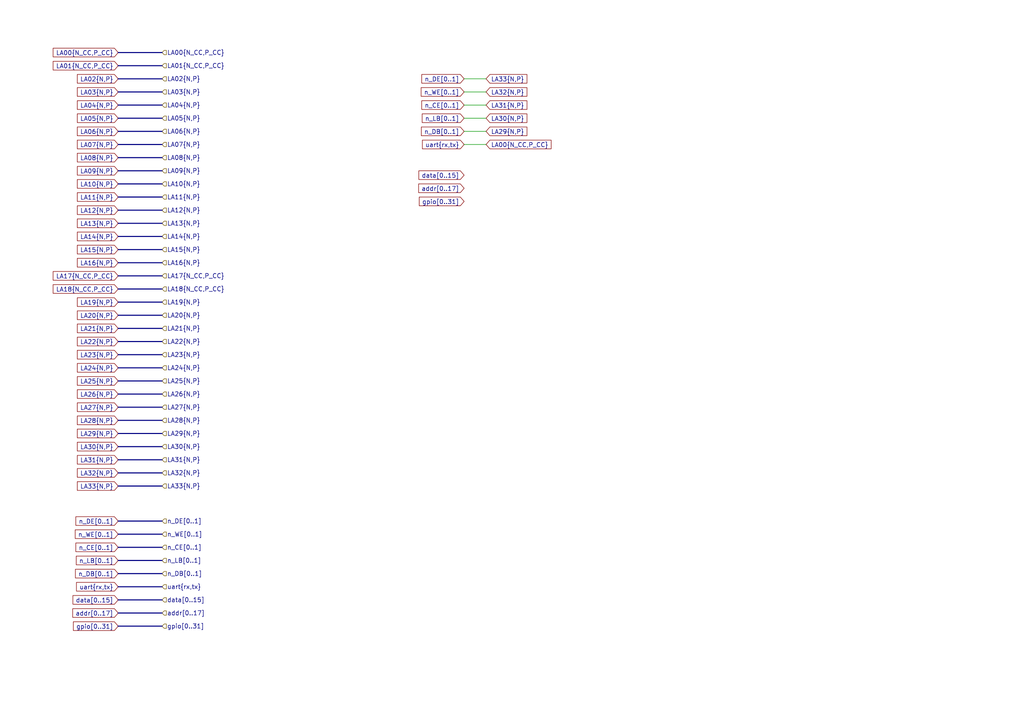
<source format=kicad_sch>
(kicad_sch
	(version 20231120)
	(generator "eeschema")
	(generator_version "8.0")
	(uuid "ec885700-3419-416d-bde2-40d9b51c8d18")
	(paper "A4")
	(lib_symbols)
	(bus
		(pts
			(xy 34.29 19.05) (xy 46.99 19.05)
		)
		(stroke
			(width 0)
			(type default)
		)
		(uuid "018aca55-b91d-4df1-a211-47f5abd94960")
	)
	(bus
		(pts
			(xy 34.29 80.01) (xy 46.99 80.01)
		)
		(stroke
			(width 0)
			(type default)
		)
		(uuid "02ce2616-5bd3-49d8-9f91-f54a791a0543")
	)
	(bus
		(pts
			(xy 34.29 57.15) (xy 46.99 57.15)
		)
		(stroke
			(width 0)
			(type default)
		)
		(uuid "12d95b0c-16a9-4c3d-892e-ddf5f0213968")
	)
	(bus
		(pts
			(xy 34.29 95.25) (xy 46.99 95.25)
		)
		(stroke
			(width 0)
			(type default)
		)
		(uuid "19541290-0e1c-4f70-9691-294c50ba0f3e")
	)
	(bus
		(pts
			(xy 34.29 30.48) (xy 46.99 30.48)
		)
		(stroke
			(width 0)
			(type default)
		)
		(uuid "28479816-31a1-4626-8ce3-fc14d0322de8")
	)
	(bus
		(pts
			(xy 34.29 38.1) (xy 46.99 38.1)
		)
		(stroke
			(width 0)
			(type default)
		)
		(uuid "2dc934f6-4ae1-45dd-b15f-c872d2edd230")
	)
	(bus
		(pts
			(xy 34.29 49.53) (xy 46.99 49.53)
		)
		(stroke
			(width 0)
			(type default)
		)
		(uuid "310f8450-67ab-45b8-884e-e276c2c3f475")
	)
	(bus
		(pts
			(xy 34.29 125.73) (xy 46.99 125.73)
		)
		(stroke
			(width 0)
			(type default)
		)
		(uuid "36514bfb-4219-4c78-8f4f-426e31bd0548")
	)
	(bus
		(pts
			(xy 34.29 53.34) (xy 46.99 53.34)
		)
		(stroke
			(width 0)
			(type default)
		)
		(uuid "396aeb21-8a66-4ee1-af62-5b99239126a0")
	)
	(bus
		(pts
			(xy 34.29 181.61) (xy 46.99 181.61)
		)
		(stroke
			(width 0)
			(type default)
		)
		(uuid "3c6ae6ad-07bd-458c-99f3-ee1d6fe694b3")
	)
	(bus
		(pts
			(xy 34.29 87.63) (xy 46.99 87.63)
		)
		(stroke
			(width 0)
			(type default)
		)
		(uuid "44fa5ec0-b961-4a5f-aeae-bee653c0fc5a")
	)
	(bus
		(pts
			(xy 34.29 64.77) (xy 46.99 64.77)
		)
		(stroke
			(width 0)
			(type default)
		)
		(uuid "494d67c1-14f1-48bf-8962-99ade932ce23")
	)
	(bus
		(pts
			(xy 34.29 34.29) (xy 46.99 34.29)
		)
		(stroke
			(width 0)
			(type default)
		)
		(uuid "49560eb8-505d-49f6-808a-ecd67a12b968")
	)
	(bus
		(pts
			(xy 34.29 68.58) (xy 46.99 68.58)
		)
		(stroke
			(width 0)
			(type default)
		)
		(uuid "4e8bf76b-997a-4ebd-86dc-b8924f10945d")
	)
	(wire
		(pts
			(xy 134.62 41.91) (xy 140.97 41.91)
		)
		(stroke
			(width 0)
			(type default)
		)
		(uuid "571b36bf-5856-4f1f-8ba3-3a2aa5615406")
	)
	(bus
		(pts
			(xy 34.29 45.72) (xy 46.99 45.72)
		)
		(stroke
			(width 0)
			(type default)
		)
		(uuid "575f2585-2236-49db-aed9-eaaa1c71f7e1")
	)
	(bus
		(pts
			(xy 34.29 133.35) (xy 46.99 133.35)
		)
		(stroke
			(width 0)
			(type default)
		)
		(uuid "57e6b32e-35ac-4ca4-b597-594883285078")
	)
	(bus
		(pts
			(xy 34.29 121.92) (xy 46.99 121.92)
		)
		(stroke
			(width 0)
			(type default)
		)
		(uuid "70a9d243-6ced-4c8c-9ba2-00a674cd2d9a")
	)
	(bus
		(pts
			(xy 34.29 173.99) (xy 46.99 173.99)
		)
		(stroke
			(width 0)
			(type default)
		)
		(uuid "7e9311bf-5a1c-4a76-8873-2b85311d2b2c")
	)
	(bus
		(pts
			(xy 34.29 102.87) (xy 46.99 102.87)
		)
		(stroke
			(width 0)
			(type default)
		)
		(uuid "7eab6461-b33e-4fc6-9b76-102dd01cc8be")
	)
	(bus
		(pts
			(xy 34.29 170.18) (xy 46.99 170.18)
		)
		(stroke
			(width 0)
			(type default)
		)
		(uuid "835f0fcd-6589-47b3-973a-ceb4abe629c2")
	)
	(bus
		(pts
			(xy 34.29 91.44) (xy 46.99 91.44)
		)
		(stroke
			(width 0)
			(type default)
		)
		(uuid "87b74e2f-805c-4adf-8336-1287edae47c6")
	)
	(bus
		(pts
			(xy 34.29 110.49) (xy 46.99 110.49)
		)
		(stroke
			(width 0)
			(type default)
		)
		(uuid "88490bae-79be-4f45-b941-89b3defb02f4")
	)
	(bus
		(pts
			(xy 34.29 15.24) (xy 46.99 15.24)
		)
		(stroke
			(width 0)
			(type default)
		)
		(uuid "8bb9b1d5-1686-41f6-b879-324e30218dcf")
	)
	(bus
		(pts
			(xy 34.29 137.16) (xy 46.99 137.16)
		)
		(stroke
			(width 0)
			(type default)
		)
		(uuid "94ba0eac-03db-4f22-9e30-2666d4849c2b")
	)
	(bus
		(pts
			(xy 34.29 99.06) (xy 46.99 99.06)
		)
		(stroke
			(width 0)
			(type default)
		)
		(uuid "96365e84-5a4c-4083-89dc-17739472b9ea")
	)
	(bus
		(pts
			(xy 34.29 158.75) (xy 46.99 158.75)
		)
		(stroke
			(width 0)
			(type default)
		)
		(uuid "998e1a1c-37d0-4239-a0ef-084a5e6a0c60")
	)
	(wire
		(pts
			(xy 134.62 34.29) (xy 140.97 34.29)
		)
		(stroke
			(width 0)
			(type default)
		)
		(uuid "9a7efa2d-0313-40b2-a3e6-8ad829d11c0c")
	)
	(bus
		(pts
			(xy 34.29 151.13) (xy 46.99 151.13)
		)
		(stroke
			(width 0)
			(type default)
		)
		(uuid "a24f2ee9-3c3f-4e08-bfce-b6b2cc98de22")
	)
	(bus
		(pts
			(xy 34.29 154.94) (xy 46.99 154.94)
		)
		(stroke
			(width 0)
			(type default)
		)
		(uuid "a8df7767-df46-4a45-8f9c-8ab39652a9f4")
	)
	(wire
		(pts
			(xy 134.62 22.86) (xy 140.97 22.86)
		)
		(stroke
			(width 0)
			(type default)
		)
		(uuid "ad596275-ff5e-4bc1-a071-e0aeb240a88e")
	)
	(bus
		(pts
			(xy 34.29 118.11) (xy 46.99 118.11)
		)
		(stroke
			(width 0)
			(type default)
		)
		(uuid "ad91bb44-2e13-48a1-a110-1ade5d3d2cc0")
	)
	(wire
		(pts
			(xy 134.62 38.1) (xy 140.97 38.1)
		)
		(stroke
			(width 0)
			(type default)
		)
		(uuid "b625bc3d-b83d-4441-9616-ccf7c97c0671")
	)
	(bus
		(pts
			(xy 34.29 76.2) (xy 46.99 76.2)
		)
		(stroke
			(width 0)
			(type default)
		)
		(uuid "b8326646-1732-4a1c-ad1d-827f3216bfb5")
	)
	(bus
		(pts
			(xy 34.29 60.96) (xy 46.99 60.96)
		)
		(stroke
			(width 0)
			(type default)
		)
		(uuid "b94d5e0a-ef9e-4efe-9243-793ba2b34df2")
	)
	(wire
		(pts
			(xy 134.62 26.67) (xy 140.97 26.67)
		)
		(stroke
			(width 0)
			(type default)
		)
		(uuid "bb5227f5-c898-4970-b4ae-e79d16a6a33a")
	)
	(bus
		(pts
			(xy 34.29 114.3) (xy 46.99 114.3)
		)
		(stroke
			(width 0)
			(type default)
		)
		(uuid "bd742e9c-e67f-429a-b21f-8937ead4ab77")
	)
	(bus
		(pts
			(xy 34.29 72.39) (xy 46.99 72.39)
		)
		(stroke
			(width 0)
			(type default)
		)
		(uuid "c3361389-2aea-4b2c-aa19-abe971f8db7a")
	)
	(wire
		(pts
			(xy 134.62 30.48) (xy 140.97 30.48)
		)
		(stroke
			(width 0)
			(type default)
		)
		(uuid "c90c2943-979c-4356-b635-cfc3d44d71f6")
	)
	(bus
		(pts
			(xy 34.29 26.67) (xy 46.99 26.67)
		)
		(stroke
			(width 0)
			(type default)
		)
		(uuid "ca9076e8-90b2-4699-bc36-859da9d5e9f8")
	)
	(bus
		(pts
			(xy 34.29 166.37) (xy 46.99 166.37)
		)
		(stroke
			(width 0)
			(type default)
		)
		(uuid "cf158597-7694-4134-8adc-ebc27a9a46f2")
	)
	(bus
		(pts
			(xy 34.29 162.56) (xy 46.99 162.56)
		)
		(stroke
			(width 0)
			(type default)
		)
		(uuid "d20722b3-8dda-40eb-8a8a-e641ae00193e")
	)
	(bus
		(pts
			(xy 34.29 140.97) (xy 46.99 140.97)
		)
		(stroke
			(width 0)
			(type default)
		)
		(uuid "d879029a-a7dd-43ad-b1f7-891d8da7c19e")
	)
	(bus
		(pts
			(xy 34.29 177.8) (xy 46.99 177.8)
		)
		(stroke
			(width 0)
			(type default)
		)
		(uuid "e1aaf289-05f1-4066-94c9-4ca7893fb355")
	)
	(bus
		(pts
			(xy 34.29 22.86) (xy 46.99 22.86)
		)
		(stroke
			(width 0)
			(type default)
		)
		(uuid "f0212a20-9dd1-4512-a952-b46c8311201b")
	)
	(bus
		(pts
			(xy 34.29 41.91) (xy 46.99 41.91)
		)
		(stroke
			(width 0)
			(type default)
		)
		(uuid "f130de67-7201-4564-b074-a92d41a16e1b")
	)
	(bus
		(pts
			(xy 34.29 129.54) (xy 46.99 129.54)
		)
		(stroke
			(width 0)
			(type default)
		)
		(uuid "f5385238-533a-494c-b3ad-fa40dec35619")
	)
	(bus
		(pts
			(xy 34.29 83.82) (xy 46.99 83.82)
		)
		(stroke
			(width 0)
			(type default)
		)
		(uuid "f6078d6f-a1ed-402c-b08b-25c3d013d19b")
	)
	(bus
		(pts
			(xy 34.29 106.68) (xy 46.99 106.68)
		)
		(stroke
			(width 0)
			(type default)
		)
		(uuid "f9e02c08-4a03-4c44-8ff2-3aefe41b0c5b")
	)
	(global_label "LA01{N_CC,P_CC}"
		(shape input)
		(at 34.29 19.05 180)
		(fields_autoplaced yes)
		(effects
			(font
				(size 1.27 1.27)
			)
			(justify right)
		)
		(uuid "04f4a86e-cae0-408a-b63d-38393dc05754")
		(property "Intersheetrefs" "${INTERSHEET_REFS}"
			(at 14.8552 19.05 0)
			(effects
				(font
					(size 1.27 1.27)
				)
				(justify right)
				(hide yes)
			)
		)
	)
	(global_label "LA30{N,P}"
		(shape input)
		(at 140.97 34.29 0)
		(fields_autoplaced yes)
		(effects
			(font
				(size 1.27 1.27)
			)
			(justify left)
		)
		(uuid "08d1024c-ec19-4aad-8860-f6244a8b4f08")
		(property "Intersheetrefs" "${INTERSHEET_REFS}"
			(at 153.3896 34.29 0)
			(effects
				(font
					(size 1.27 1.27)
				)
				(justify left)
				(hide yes)
			)
		)
	)
	(global_label "data[0..15]"
		(shape input)
		(at 134.62 50.8 180)
		(fields_autoplaced yes)
		(effects
			(font
				(size 1.27 1.27)
			)
			(justify right)
		)
		(uuid "092eba1e-dfd5-4fba-880a-db14ab2b8659")
		(property "Intersheetrefs" "${INTERSHEET_REFS}"
			(at 120.9306 50.8 0)
			(effects
				(font
					(size 1.27 1.27)
				)
				(justify right)
				(hide yes)
			)
		)
	)
	(global_label "gpio[0..31]"
		(shape input)
		(at 34.29 181.61 180)
		(fields_autoplaced yes)
		(effects
			(font
				(size 1.27 1.27)
			)
			(justify right)
		)
		(uuid "0e65c588-1148-4b20-978f-7a351b54a2b3")
		(property "Intersheetrefs" "${INTERSHEET_REFS}"
			(at 20.7215 181.61 0)
			(effects
				(font
					(size 1.27 1.27)
				)
				(justify right)
				(hide yes)
			)
		)
	)
	(global_label "n_DB[0..1]"
		(shape input)
		(at 134.62 38.1 180)
		(fields_autoplaced yes)
		(effects
			(font
				(size 1.27 1.27)
			)
			(justify right)
		)
		(uuid "1226b977-9acf-4150-8e66-7cd3d1a25957")
		(property "Intersheetrefs" "${INTERSHEET_REFS}"
			(at 121.6562 38.1 0)
			(effects
				(font
					(size 1.27 1.27)
				)
				(justify right)
				(hide yes)
			)
		)
	)
	(global_label "uart{rx,tx}"
		(shape input)
		(at 34.29 170.18 180)
		(fields_autoplaced yes)
		(effects
			(font
				(size 1.27 1.27)
			)
			(justify right)
		)
		(uuid "2454c721-74ac-47d3-8f70-6380f15c33f6")
		(property "Intersheetrefs" "${INTERSHEET_REFS}"
			(at 21.6286 170.18 0)
			(effects
				(font
					(size 1.27 1.27)
				)
				(justify right)
				(hide yes)
			)
		)
	)
	(global_label "LA27{N,P}"
		(shape input)
		(at 34.29 118.11 180)
		(fields_autoplaced yes)
		(effects
			(font
				(size 1.27 1.27)
			)
			(justify right)
		)
		(uuid "246c6b3f-bd23-4352-a220-b46db9063cee")
		(property "Intersheetrefs" "${INTERSHEET_REFS}"
			(at 21.8704 118.11 0)
			(effects
				(font
					(size 1.27 1.27)
				)
				(justify right)
				(hide yes)
			)
		)
	)
	(global_label "addr[0..17]"
		(shape input)
		(at 134.62 54.61 180)
		(fields_autoplaced yes)
		(effects
			(font
				(size 1.27 1.27)
			)
			(justify right)
		)
		(uuid "2656bbb9-4d62-4538-a243-dd35ce007333")
		(property "Intersheetrefs" "${INTERSHEET_REFS}"
			(at 120.8701 54.61 0)
			(effects
				(font
					(size 1.27 1.27)
				)
				(justify right)
				(hide yes)
			)
		)
	)
	(global_label "LA12{N,P}"
		(shape input)
		(at 34.29 60.96 180)
		(fields_autoplaced yes)
		(effects
			(font
				(size 1.27 1.27)
			)
			(justify right)
		)
		(uuid "30591175-7df9-4e3f-90f8-eee8d4af2c73")
		(property "Intersheetrefs" "${INTERSHEET_REFS}"
			(at 21.8704 60.96 0)
			(effects
				(font
					(size 1.27 1.27)
				)
				(justify right)
				(hide yes)
			)
		)
	)
	(global_label "gpio[0..31]"
		(shape input)
		(at 134.62 58.42 180)
		(fields_autoplaced yes)
		(effects
			(font
				(size 1.27 1.27)
			)
			(justify right)
		)
		(uuid "3264a87d-3bc9-4e3a-a18d-f9ecd15d8d75")
		(property "Intersheetrefs" "${INTERSHEET_REFS}"
			(at 121.0515 58.42 0)
			(effects
				(font
					(size 1.27 1.27)
				)
				(justify right)
				(hide yes)
			)
		)
	)
	(global_label "n_WE[0..1]"
		(shape input)
		(at 34.29 154.94 180)
		(fields_autoplaced yes)
		(effects
			(font
				(size 1.27 1.27)
			)
			(justify right)
		)
		(uuid "35828138-2c0f-435f-81eb-bea42dd32b89")
		(property "Intersheetrefs" "${INTERSHEET_REFS}"
			(at 21.2658 154.94 0)
			(effects
				(font
					(size 1.27 1.27)
				)
				(justify right)
				(hide yes)
			)
		)
	)
	(global_label "n_CE[0..1]"
		(shape input)
		(at 134.62 30.48 180)
		(fields_autoplaced yes)
		(effects
			(font
				(size 1.27 1.27)
			)
			(justify right)
		)
		(uuid "368829bb-bc1b-44fd-b322-ff9e60b6bf88")
		(property "Intersheetrefs" "${INTERSHEET_REFS}"
			(at 121.7772 30.48 0)
			(effects
				(font
					(size 1.27 1.27)
				)
				(justify right)
				(hide yes)
			)
		)
	)
	(global_label "LA21{N,P}"
		(shape input)
		(at 34.29 95.25 180)
		(fields_autoplaced yes)
		(effects
			(font
				(size 1.27 1.27)
			)
			(justify right)
		)
		(uuid "45bf5e3b-2ed5-49a6-a595-a46cceab949a")
		(property "Intersheetrefs" "${INTERSHEET_REFS}"
			(at 21.8704 95.25 0)
			(effects
				(font
					(size 1.27 1.27)
				)
				(justify right)
				(hide yes)
			)
		)
	)
	(global_label "n_DB[0..1]"
		(shape input)
		(at 34.29 166.37 180)
		(fields_autoplaced yes)
		(effects
			(font
				(size 1.27 1.27)
			)
			(justify right)
		)
		(uuid "48f678ec-ded9-4d51-a315-8764907a22cd")
		(property "Intersheetrefs" "${INTERSHEET_REFS}"
			(at 21.3262 166.37 0)
			(effects
				(font
					(size 1.27 1.27)
				)
				(justify right)
				(hide yes)
			)
		)
	)
	(global_label "n_LB[0..1]"
		(shape input)
		(at 34.29 162.56 180)
		(fields_autoplaced yes)
		(effects
			(font
				(size 1.27 1.27)
			)
			(justify right)
		)
		(uuid "4b9eff23-0b45-49b6-ae98-68a5c65d8943")
		(property "Intersheetrefs" "${INTERSHEET_REFS}"
			(at 21.5681 162.56 0)
			(effects
				(font
					(size 1.27 1.27)
				)
				(justify right)
				(hide yes)
			)
		)
	)
	(global_label "n_DE[0..1]"
		(shape input)
		(at 34.29 151.13 180)
		(fields_autoplaced yes)
		(effects
			(font
				(size 1.27 1.27)
			)
			(justify right)
		)
		(uuid "4bf4a831-47de-4f67-ad5a-e68364c3e368")
		(property "Intersheetrefs" "${INTERSHEET_REFS}"
			(at 21.4472 151.13 0)
			(effects
				(font
					(size 1.27 1.27)
				)
				(justify right)
				(hide yes)
			)
		)
	)
	(global_label "LA30{N,P}"
		(shape input)
		(at 34.29 129.54 180)
		(fields_autoplaced yes)
		(effects
			(font
				(size 1.27 1.27)
			)
			(justify right)
		)
		(uuid "4d7278ad-e14a-4a6a-a835-4ad447f02dab")
		(property "Intersheetrefs" "${INTERSHEET_REFS}"
			(at 21.8704 129.54 0)
			(effects
				(font
					(size 1.27 1.27)
				)
				(justify right)
				(hide yes)
			)
		)
	)
	(global_label "LA22{N,P}"
		(shape input)
		(at 34.29 99.06 180)
		(fields_autoplaced yes)
		(effects
			(font
				(size 1.27 1.27)
			)
			(justify right)
		)
		(uuid "613fb587-44db-4c6b-9c9d-45aaa6162519")
		(property "Intersheetrefs" "${INTERSHEET_REFS}"
			(at 21.8704 99.06 0)
			(effects
				(font
					(size 1.27 1.27)
				)
				(justify right)
				(hide yes)
			)
		)
	)
	(global_label "LA33{N,P}"
		(shape input)
		(at 34.29 140.97 180)
		(fields_autoplaced yes)
		(effects
			(font
				(size 1.27 1.27)
			)
			(justify right)
		)
		(uuid "6495c7f0-4863-43f0-ad0d-cffb641cee1e")
		(property "Intersheetrefs" "${INTERSHEET_REFS}"
			(at 21.8704 140.97 0)
			(effects
				(font
					(size 1.27 1.27)
				)
				(justify right)
				(hide yes)
			)
		)
	)
	(global_label "LA28{N,P}"
		(shape input)
		(at 34.29 121.92 180)
		(fields_autoplaced yes)
		(effects
			(font
				(size 1.27 1.27)
			)
			(justify right)
		)
		(uuid "652a4c1d-79c9-421b-b9b4-6d0a765576fa")
		(property "Intersheetrefs" "${INTERSHEET_REFS}"
			(at 21.8704 121.92 0)
			(effects
				(font
					(size 1.27 1.27)
				)
				(justify right)
				(hide yes)
			)
		)
	)
	(global_label "n_LB[0..1]"
		(shape input)
		(at 134.62 34.29 180)
		(fields_autoplaced yes)
		(effects
			(font
				(size 1.27 1.27)
			)
			(justify right)
		)
		(uuid "6e39139a-cf27-4d7a-b76a-cdc891e5a0a5")
		(property "Intersheetrefs" "${INTERSHEET_REFS}"
			(at 121.8981 34.29 0)
			(effects
				(font
					(size 1.27 1.27)
				)
				(justify right)
				(hide yes)
			)
		)
	)
	(global_label "LA08{N,P}"
		(shape input)
		(at 34.29 45.72 180)
		(fields_autoplaced yes)
		(effects
			(font
				(size 1.27 1.27)
			)
			(justify right)
		)
		(uuid "7bac49fa-d6d3-46af-af00-79b297e07c95")
		(property "Intersheetrefs" "${INTERSHEET_REFS}"
			(at 21.8704 45.72 0)
			(effects
				(font
					(size 1.27 1.27)
				)
				(justify right)
				(hide yes)
			)
		)
	)
	(global_label "LA10{N,P}"
		(shape input)
		(at 34.29 53.34 180)
		(fields_autoplaced yes)
		(effects
			(font
				(size 1.27 1.27)
			)
			(justify right)
		)
		(uuid "7e22448d-2c8f-4711-8905-0fcca5292273")
		(property "Intersheetrefs" "${INTERSHEET_REFS}"
			(at 21.8704 53.34 0)
			(effects
				(font
					(size 1.27 1.27)
				)
				(justify right)
				(hide yes)
			)
		)
	)
	(global_label "LA06{N,P}"
		(shape input)
		(at 34.29 38.1 180)
		(fields_autoplaced yes)
		(effects
			(font
				(size 1.27 1.27)
			)
			(justify right)
		)
		(uuid "8321648e-d7c4-492a-9210-d2bdb4ca6841")
		(property "Intersheetrefs" "${INTERSHEET_REFS}"
			(at 21.8704 38.1 0)
			(effects
				(font
					(size 1.27 1.27)
				)
				(justify right)
				(hide yes)
			)
		)
	)
	(global_label "LA32{N,P}"
		(shape input)
		(at 34.29 137.16 180)
		(fields_autoplaced yes)
		(effects
			(font
				(size 1.27 1.27)
			)
			(justify right)
		)
		(uuid "897c3192-b0a1-4832-90f9-8e556cfdc6a0")
		(property "Intersheetrefs" "${INTERSHEET_REFS}"
			(at 21.8704 137.16 0)
			(effects
				(font
					(size 1.27 1.27)
				)
				(justify right)
				(hide yes)
			)
		)
	)
	(global_label "LA16{N,P}"
		(shape input)
		(at 34.29 76.2 180)
		(fields_autoplaced yes)
		(effects
			(font
				(size 1.27 1.27)
			)
			(justify right)
		)
		(uuid "99ed918b-2899-4e37-99a1-5ba0101d3fe6")
		(property "Intersheetrefs" "${INTERSHEET_REFS}"
			(at 21.8704 76.2 0)
			(effects
				(font
					(size 1.27 1.27)
				)
				(justify right)
				(hide yes)
			)
		)
	)
	(global_label "LA07{N,P}"
		(shape input)
		(at 34.29 41.91 180)
		(fields_autoplaced yes)
		(effects
			(font
				(size 1.27 1.27)
			)
			(justify right)
		)
		(uuid "a1002742-4c80-4c8a-a8ea-22a762d7d68a")
		(property "Intersheetrefs" "${INTERSHEET_REFS}"
			(at 21.8704 41.91 0)
			(effects
				(font
					(size 1.27 1.27)
				)
				(justify right)
				(hide yes)
			)
		)
	)
	(global_label "LA31{N,P}"
		(shape input)
		(at 34.29 133.35 180)
		(fields_autoplaced yes)
		(effects
			(font
				(size 1.27 1.27)
			)
			(justify right)
		)
		(uuid "a1aa1f0d-aaaa-42f0-80a6-61d61c8aaa60")
		(property "Intersheetrefs" "${INTERSHEET_REFS}"
			(at 21.8704 133.35 0)
			(effects
				(font
					(size 1.27 1.27)
				)
				(justify right)
				(hide yes)
			)
		)
	)
	(global_label "n_CE[0..1]"
		(shape input)
		(at 34.29 158.75 180)
		(fields_autoplaced yes)
		(effects
			(font
				(size 1.27 1.27)
			)
			(justify right)
		)
		(uuid "a542292d-cdda-4b05-89ca-ac43c9b83ce9")
		(property "Intersheetrefs" "${INTERSHEET_REFS}"
			(at 21.4472 158.75 0)
			(effects
				(font
					(size 1.27 1.27)
				)
				(justify right)
				(hide yes)
			)
		)
	)
	(global_label "LA04{N,P}"
		(shape input)
		(at 34.29 30.48 180)
		(fields_autoplaced yes)
		(effects
			(font
				(size 1.27 1.27)
			)
			(justify right)
		)
		(uuid "a7b9a86c-789b-4335-bdc9-581bb514836e")
		(property "Intersheetrefs" "${INTERSHEET_REFS}"
			(at 21.8704 30.48 0)
			(effects
				(font
					(size 1.27 1.27)
				)
				(justify right)
				(hide yes)
			)
		)
	)
	(global_label "uart{rx,tx}"
		(shape input)
		(at 134.62 41.91 180)
		(fields_autoplaced yes)
		(effects
			(font
				(size 1.27 1.27)
			)
			(justify right)
		)
		(uuid "a850c7cf-4c43-409e-8e5d-f0fa36ad88be")
		(property "Intersheetrefs" "${INTERSHEET_REFS}"
			(at 121.9586 41.91 0)
			(effects
				(font
					(size 1.27 1.27)
				)
				(justify right)
				(hide yes)
			)
		)
	)
	(global_label "LA03{N,P}"
		(shape input)
		(at 34.29 26.67 180)
		(fields_autoplaced yes)
		(effects
			(font
				(size 1.27 1.27)
			)
			(justify right)
		)
		(uuid "ab02117d-73c2-4415-8bb7-3017ecd36b60")
		(property "Intersheetrefs" "${INTERSHEET_REFS}"
			(at 21.8704 26.67 0)
			(effects
				(font
					(size 1.27 1.27)
				)
				(justify right)
				(hide yes)
			)
		)
	)
	(global_label "data[0..15]"
		(shape input)
		(at 34.29 173.99 180)
		(fields_autoplaced yes)
		(effects
			(font
				(size 1.27 1.27)
			)
			(justify right)
		)
		(uuid "adb680f0-c578-4d87-aaf6-91a121ca1887")
		(property "Intersheetrefs" "${INTERSHEET_REFS}"
			(at 20.6006 173.99 0)
			(effects
				(font
					(size 1.27 1.27)
				)
				(justify right)
				(hide yes)
			)
		)
	)
	(global_label "LA05{N,P}"
		(shape input)
		(at 34.29 34.29 180)
		(fields_autoplaced yes)
		(effects
			(font
				(size 1.27 1.27)
			)
			(justify right)
		)
		(uuid "af2716fc-b1c8-448f-a49a-1430ffc59422")
		(property "Intersheetrefs" "${INTERSHEET_REFS}"
			(at 21.8704 34.29 0)
			(effects
				(font
					(size 1.27 1.27)
				)
				(justify right)
				(hide yes)
			)
		)
	)
	(global_label "LA33{N,P}"
		(shape input)
		(at 140.97 22.86 0)
		(fields_autoplaced yes)
		(effects
			(font
				(size 1.27 1.27)
			)
			(justify left)
		)
		(uuid "b2c85ff5-da4d-46b0-927b-25e09ba1590e")
		(property "Intersheetrefs" "${INTERSHEET_REFS}"
			(at 153.3896 22.86 0)
			(effects
				(font
					(size 1.27 1.27)
				)
				(justify left)
				(hide yes)
			)
		)
	)
	(global_label "LA24{N,P}"
		(shape input)
		(at 34.29 106.68 180)
		(fields_autoplaced yes)
		(effects
			(font
				(size 1.27 1.27)
			)
			(justify right)
		)
		(uuid "b3a5108a-9cba-42a8-8f57-94b76807d7aa")
		(property "Intersheetrefs" "${INTERSHEET_REFS}"
			(at 21.8704 106.68 0)
			(effects
				(font
					(size 1.27 1.27)
				)
				(justify right)
				(hide yes)
			)
		)
	)
	(global_label "LA31{N,P}"
		(shape input)
		(at 140.97 30.48 0)
		(fields_autoplaced yes)
		(effects
			(font
				(size 1.27 1.27)
			)
			(justify left)
		)
		(uuid "b5c96791-9418-4d84-aeab-0a3a8d390fb5")
		(property "Intersheetrefs" "${INTERSHEET_REFS}"
			(at 153.3896 30.48 0)
			(effects
				(font
					(size 1.27 1.27)
				)
				(justify left)
				(hide yes)
			)
		)
	)
	(global_label "LA00{N_CC,P_CC}"
		(shape input)
		(at 140.97 41.91 0)
		(fields_autoplaced yes)
		(effects
			(font
				(size 1.27 1.27)
			)
			(justify left)
		)
		(uuid "b96149a0-77cd-4a98-8709-aef59bde9619")
		(property "Intersheetrefs" "${INTERSHEET_REFS}"
			(at 160.4048 41.91 0)
			(effects
				(font
					(size 1.27 1.27)
				)
				(justify left)
				(hide yes)
			)
		)
	)
	(global_label "LA11{N,P}"
		(shape input)
		(at 34.29 57.15 180)
		(fields_autoplaced yes)
		(effects
			(font
				(size 1.27 1.27)
			)
			(justify right)
		)
		(uuid "bf0d340d-0d35-4401-8ed1-c0d41fc8c7b1")
		(property "Intersheetrefs" "${INTERSHEET_REFS}"
			(at 21.8704 57.15 0)
			(effects
				(font
					(size 1.27 1.27)
				)
				(justify right)
				(hide yes)
			)
		)
	)
	(global_label "LA15{N,P}"
		(shape input)
		(at 34.29 72.39 180)
		(fields_autoplaced yes)
		(effects
			(font
				(size 1.27 1.27)
			)
			(justify right)
		)
		(uuid "c07ac2f8-fd67-4008-931c-07f57a949903")
		(property "Intersheetrefs" "${INTERSHEET_REFS}"
			(at 21.8704 72.39 0)
			(effects
				(font
					(size 1.27 1.27)
				)
				(justify right)
				(hide yes)
			)
		)
	)
	(global_label "LA00{N_CC,P_CC}"
		(shape input)
		(at 34.29 15.24 180)
		(fields_autoplaced yes)
		(effects
			(font
				(size 1.27 1.27)
			)
			(justify right)
		)
		(uuid "c1dfe2e5-d001-44b0-8f1a-7dc120d44d0f")
		(property "Intersheetrefs" "${INTERSHEET_REFS}"
			(at 14.8552 15.24 0)
			(effects
				(font
					(size 1.27 1.27)
				)
				(justify right)
				(hide yes)
			)
		)
	)
	(global_label "LA17{N_CC,P_CC}"
		(shape input)
		(at 34.29 80.01 180)
		(fields_autoplaced yes)
		(effects
			(font
				(size 1.27 1.27)
			)
			(justify right)
		)
		(uuid "c22b1416-9683-4e58-885e-0fc987cb6d1f")
		(property "Intersheetrefs" "${INTERSHEET_REFS}"
			(at 14.8552 80.01 0)
			(effects
				(font
					(size 1.27 1.27)
				)
				(justify right)
				(hide yes)
			)
		)
	)
	(global_label "LA32{N,P}"
		(shape input)
		(at 140.97 26.67 0)
		(fields_autoplaced yes)
		(effects
			(font
				(size 1.27 1.27)
			)
			(justify left)
		)
		(uuid "c34301b5-52e1-425a-b47d-bc6cece4b60f")
		(property "Intersheetrefs" "${INTERSHEET_REFS}"
			(at 153.3896 26.67 0)
			(effects
				(font
					(size 1.27 1.27)
				)
				(justify left)
				(hide yes)
			)
		)
	)
	(global_label "LA20{N,P}"
		(shape input)
		(at 34.29 91.44 180)
		(fields_autoplaced yes)
		(effects
			(font
				(size 1.27 1.27)
			)
			(justify right)
		)
		(uuid "ca8e1068-755b-4df5-aa6c-173b6408e56f")
		(property "Intersheetrefs" "${INTERSHEET_REFS}"
			(at 21.8704 91.44 0)
			(effects
				(font
					(size 1.27 1.27)
				)
				(justify right)
				(hide yes)
			)
		)
	)
	(global_label "LA18{N_CC,P_CC}"
		(shape input)
		(at 34.29 83.82 180)
		(fields_autoplaced yes)
		(effects
			(font
				(size 1.27 1.27)
			)
			(justify right)
		)
		(uuid "cb463eae-56f5-4eb0-9ae4-6b20d1c3a424")
		(property "Intersheetrefs" "${INTERSHEET_REFS}"
			(at 14.8552 83.82 0)
			(effects
				(font
					(size 1.27 1.27)
				)
				(justify right)
				(hide yes)
			)
		)
	)
	(global_label "LA29{N,P}"
		(shape input)
		(at 34.29 125.73 180)
		(fields_autoplaced yes)
		(effects
			(font
				(size 1.27 1.27)
			)
			(justify right)
		)
		(uuid "cfe5980f-93dd-4443-8ac2-69fd9748235d")
		(property "Intersheetrefs" "${INTERSHEET_REFS}"
			(at 21.8704 125.73 0)
			(effects
				(font
					(size 1.27 1.27)
				)
				(justify right)
				(hide yes)
			)
		)
	)
	(global_label "LA26{N,P}"
		(shape input)
		(at 34.29 114.3 180)
		(fields_autoplaced yes)
		(effects
			(font
				(size 1.27 1.27)
			)
			(justify right)
		)
		(uuid "d562a2b8-f01b-4329-8c66-75f5b32ad941")
		(property "Intersheetrefs" "${INTERSHEET_REFS}"
			(at 21.8704 114.3 0)
			(effects
				(font
					(size 1.27 1.27)
				)
				(justify right)
				(hide yes)
			)
		)
	)
	(global_label "addr[0..17]"
		(shape input)
		(at 34.29 177.8 180)
		(fields_autoplaced yes)
		(effects
			(font
				(size 1.27 1.27)
			)
			(justify right)
		)
		(uuid "d64f3105-b406-4aa6-b4d7-ea7a4b283a29")
		(property "Intersheetrefs" "${INTERSHEET_REFS}"
			(at 20.5401 177.8 0)
			(effects
				(font
					(size 1.27 1.27)
				)
				(justify right)
				(hide yes)
			)
		)
	)
	(global_label "n_WE[0..1]"
		(shape input)
		(at 134.62 26.67 180)
		(fields_autoplaced yes)
		(effects
			(font
				(size 1.27 1.27)
			)
			(justify right)
		)
		(uuid "da9288e7-e663-444b-ab80-086169e98c76")
		(property "Intersheetrefs" "${INTERSHEET_REFS}"
			(at 121.5958 26.67 0)
			(effects
				(font
					(size 1.27 1.27)
				)
				(justify right)
				(hide yes)
			)
		)
	)
	(global_label "LA09{N,P}"
		(shape input)
		(at 34.29 49.53 180)
		(fields_autoplaced yes)
		(effects
			(font
				(size 1.27 1.27)
			)
			(justify right)
		)
		(uuid "dd488a00-c6a0-4bf0-af8b-bb8399aa15f9")
		(property "Intersheetrefs" "${INTERSHEET_REFS}"
			(at 21.8704 49.53 0)
			(effects
				(font
					(size 1.27 1.27)
				)
				(justify right)
				(hide yes)
			)
		)
	)
	(global_label "n_DE[0..1]"
		(shape input)
		(at 134.62 22.86 180)
		(fields_autoplaced yes)
		(effects
			(font
				(size 1.27 1.27)
			)
			(justify right)
		)
		(uuid "de85bdec-bba3-4d3b-b227-da111a134e40")
		(property "Intersheetrefs" "${INTERSHEET_REFS}"
			(at 121.7772 22.86 0)
			(effects
				(font
					(size 1.27 1.27)
				)
				(justify right)
				(hide yes)
			)
		)
	)
	(global_label "LA13{N,P}"
		(shape input)
		(at 34.29 64.77 180)
		(fields_autoplaced yes)
		(effects
			(font
				(size 1.27 1.27)
			)
			(justify right)
		)
		(uuid "e1c0b599-f8d7-4395-9e6e-e9670f8e9650")
		(property "Intersheetrefs" "${INTERSHEET_REFS}"
			(at 21.8704 64.77 0)
			(effects
				(font
					(size 1.27 1.27)
				)
				(justify right)
				(hide yes)
			)
		)
	)
	(global_label "LA14{N,P}"
		(shape input)
		(at 34.29 68.58 180)
		(fields_autoplaced yes)
		(effects
			(font
				(size 1.27 1.27)
			)
			(justify right)
		)
		(uuid "e31c1fd8-2938-449c-ab07-56f553342ed5")
		(property "Intersheetrefs" "${INTERSHEET_REFS}"
			(at 21.8704 68.58 0)
			(effects
				(font
					(size 1.27 1.27)
				)
				(justify right)
				(hide yes)
			)
		)
	)
	(global_label "LA25{N,P}"
		(shape input)
		(at 34.29 110.49 180)
		(fields_autoplaced yes)
		(effects
			(font
				(size 1.27 1.27)
			)
			(justify right)
		)
		(uuid "e6ebc7f4-84e9-4964-9470-9807cb2a5b79")
		(property "Intersheetrefs" "${INTERSHEET_REFS}"
			(at 21.8704 110.49 0)
			(effects
				(font
					(size 1.27 1.27)
				)
				(justify right)
				(hide yes)
			)
		)
	)
	(global_label "LA02{N,P}"
		(shape input)
		(at 34.29 22.86 180)
		(fields_autoplaced yes)
		(effects
			(font
				(size 1.27 1.27)
			)
			(justify right)
		)
		(uuid "eeb4f320-548f-45bc-879e-5445158570ef")
		(property "Intersheetrefs" "${INTERSHEET_REFS}"
			(at 21.8704 22.86 0)
			(effects
				(font
					(size 1.27 1.27)
				)
				(justify right)
				(hide yes)
			)
		)
	)
	(global_label "LA29{N,P}"
		(shape input)
		(at 140.97 38.1 0)
		(fields_autoplaced yes)
		(effects
			(font
				(size 1.27 1.27)
			)
			(justify left)
		)
		(uuid "eec493f1-35cb-4212-8b62-94f6d558bd6e")
		(property "Intersheetrefs" "${INTERSHEET_REFS}"
			(at 153.3896 38.1 0)
			(effects
				(font
					(size 1.27 1.27)
				)
				(justify left)
				(hide yes)
			)
		)
	)
	(global_label "LA23{N,P}"
		(shape input)
		(at 34.29 102.87 180)
		(fields_autoplaced yes)
		(effects
			(font
				(size 1.27 1.27)
			)
			(justify right)
		)
		(uuid "f9982849-e114-4845-896b-75d33b8006d0")
		(property "Intersheetrefs" "${INTERSHEET_REFS}"
			(at 21.8704 102.87 0)
			(effects
				(font
					(size 1.27 1.27)
				)
				(justify right)
				(hide yes)
			)
		)
	)
	(global_label "LA19{N,P}"
		(shape input)
		(at 34.29 87.63 180)
		(fields_autoplaced yes)
		(effects
			(font
				(size 1.27 1.27)
			)
			(justify right)
		)
		(uuid "fb3cca43-524b-4eee-b5f4-7cade6b01590")
		(property "Intersheetrefs" "${INTERSHEET_REFS}"
			(at 21.8704 87.63 0)
			(effects
				(font
					(size 1.27 1.27)
				)
				(justify right)
				(hide yes)
			)
		)
	)
	(hierarchical_label "LA23{N,P}"
		(shape input)
		(at 46.99 102.87 0)
		(effects
			(font
				(size 1.27 1.27)
			)
			(justify left)
		)
		(uuid "0626369b-f1c7-4c6e-bba8-4a66876bd923")
	)
	(hierarchical_label "n_CE[0..1]"
		(shape input)
		(at 46.99 158.75 0)
		(effects
			(font
				(size 1.27 1.27)
			)
			(justify left)
		)
		(uuid "0a28d6f2-97a6-4137-9e7a-1f1eeffb7339")
	)
	(hierarchical_label "LA32{N,P}"
		(shape input)
		(at 46.99 137.16 0)
		(effects
			(font
				(size 1.27 1.27)
			)
			(justify left)
		)
		(uuid "0c00c4b8-c39a-4cea-8535-dd88e75c94e1")
	)
	(hierarchical_label "LA02{N,P}"
		(shape input)
		(at 46.99 22.86 0)
		(effects
			(font
				(size 1.27 1.27)
			)
			(justify left)
		)
		(uuid "11264dc1-a9ab-4d47-ad66-b8f326272730")
	)
	(hierarchical_label "gpio[0..31]"
		(shape input)
		(at 46.99 181.61 0)
		(effects
			(font
				(size 1.27 1.27)
			)
			(justify left)
		)
		(uuid "1d6032e4-efd5-484d-9022-bf8f579eb49f")
	)
	(hierarchical_label "LA18{N_CC,P_CC}"
		(shape input)
		(at 46.99 83.82 0)
		(effects
			(font
				(size 1.27 1.27)
			)
			(justify left)
		)
		(uuid "28df727d-8e82-4b6f-8d65-ea464327867f")
	)
	(hierarchical_label "LA26{N,P}"
		(shape input)
		(at 46.99 114.3 0)
		(effects
			(font
				(size 1.27 1.27)
			)
			(justify left)
		)
		(uuid "350717f4-7cd8-42ec-8d8e-f7dec51b2577")
	)
	(hierarchical_label "n_LB[0..1]"
		(shape input)
		(at 46.99 162.56 0)
		(effects
			(font
				(size 1.27 1.27)
			)
			(justify left)
		)
		(uuid "3fb77ac6-96b0-47af-99e8-3928c5e17a0e")
	)
	(hierarchical_label "LA21{N,P}"
		(shape input)
		(at 46.99 95.25 0)
		(effects
			(font
				(size 1.27 1.27)
			)
			(justify left)
		)
		(uuid "46d11f2b-71db-41c7-bbf0-bb016b59b6b8")
	)
	(hierarchical_label "LA11{N,P}"
		(shape input)
		(at 46.99 57.15 0)
		(effects
			(font
				(size 1.27 1.27)
			)
			(justify left)
		)
		(uuid "4cf49483-53f1-427f-9068-7f4d8fdc1fa4")
	)
	(hierarchical_label "LA09{N,P}"
		(shape input)
		(at 46.99 49.53 0)
		(effects
			(font
				(size 1.27 1.27)
			)
			(justify left)
		)
		(uuid "5612174b-4727-4af0-99bc-a767747d5b28")
	)
	(hierarchical_label "LA22{N,P}"
		(shape input)
		(at 46.99 99.06 0)
		(effects
			(font
				(size 1.27 1.27)
			)
			(justify left)
		)
		(uuid "60fe747d-c5b5-4e8a-bd67-488a3eccfd34")
	)
	(hierarchical_label "LA29{N,P}"
		(shape input)
		(at 46.99 125.73 0)
		(effects
			(font
				(size 1.27 1.27)
			)
			(justify left)
		)
		(uuid "6f85e402-ce42-4f90-9d62-cf175c6e38d9")
	)
	(hierarchical_label "n_WE[0..1]"
		(shape input)
		(at 46.99 154.94 0)
		(effects
			(font
				(size 1.27 1.27)
			)
			(justify left)
		)
		(uuid "70093014-1fe3-45f8-8ae6-c7fe4a3314d5")
	)
	(hierarchical_label "LA05{N,P}"
		(shape input)
		(at 46.99 34.29 0)
		(effects
			(font
				(size 1.27 1.27)
			)
			(justify left)
		)
		(uuid "735a0629-e4df-4f9a-a729-523f1c683e88")
	)
	(hierarchical_label "LA31{N,P}"
		(shape input)
		(at 46.99 133.35 0)
		(effects
			(font
				(size 1.27 1.27)
			)
			(justify left)
		)
		(uuid "7b7245a5-580d-41df-a6a2-ea1024d2af54")
	)
	(hierarchical_label "LA07{N,P}"
		(shape input)
		(at 46.99 41.91 0)
		(effects
			(font
				(size 1.27 1.27)
			)
			(justify left)
		)
		(uuid "803520a4-8f3c-475d-a550-7a60dd937a6f")
	)
	(hierarchical_label "LA03{N,P}"
		(shape input)
		(at 46.99 26.67 0)
		(effects
			(font
				(size 1.27 1.27)
			)
			(justify left)
		)
		(uuid "8301f2ce-0f20-407b-8cb1-57bff78b417e")
	)
	(hierarchical_label "LA10{N,P}"
		(shape input)
		(at 46.99 53.34 0)
		(effects
			(font
				(size 1.27 1.27)
			)
			(justify left)
		)
		(uuid "8b27d28c-0194-4d8b-bfa7-dca4c92b29b2")
	)
	(hierarchical_label "uart{rx,tx}"
		(shape input)
		(at 46.99 170.18 0)
		(effects
			(font
				(size 1.27 1.27)
			)
			(justify left)
		)
		(uuid "8ee932b0-3039-48a8-8ac8-789a49bc8a9e")
	)
	(hierarchical_label "n_DE[0..1]"
		(shape input)
		(at 46.99 151.13 0)
		(effects
			(font
				(size 1.27 1.27)
			)
			(justify left)
		)
		(uuid "97a70c05-c0ad-4dbd-95ba-1b9ec9983c45")
	)
	(hierarchical_label "LA00{N_CC,P_CC}"
		(shape input)
		(at 46.99 15.24 0)
		(effects
			(font
				(size 1.27 1.27)
			)
			(justify left)
		)
		(uuid "995e7362-01c9-410a-82b5-3e0103e6a85f")
	)
	(hierarchical_label "LA20{N,P}"
		(shape input)
		(at 46.99 91.44 0)
		(effects
			(font
				(size 1.27 1.27)
			)
			(justify left)
		)
		(uuid "9ca52621-fd4e-42e5-93b4-176208610484")
	)
	(hierarchical_label "LA01{N_CC,P_CC}"
		(shape input)
		(at 46.99 19.05 0)
		(effects
			(font
				(size 1.27 1.27)
			)
			(justify left)
		)
		(uuid "9ff90cda-5860-4ef9-a1a1-b9780a9ddb8c")
	)
	(hierarchical_label "LA33{N,P}"
		(shape input)
		(at 46.99 140.97 0)
		(effects
			(font
				(size 1.27 1.27)
			)
			(justify left)
		)
		(uuid "a4b34cb6-a11c-4aac-9230-20dda53683ff")
	)
	(hierarchical_label "data[0..15]"
		(shape input)
		(at 46.99 173.99 0)
		(effects
			(font
				(size 1.27 1.27)
			)
			(justify left)
		)
		(uuid "ae78ea49-078b-49c0-b3a8-e29ed059acdb")
	)
	(hierarchical_label "LA24{N,P}"
		(shape input)
		(at 46.99 106.68 0)
		(effects
			(font
				(size 1.27 1.27)
			)
			(justify left)
		)
		(uuid "b2882318-b0d6-4691-b7ec-c86aed7c75ad")
	)
	(hierarchical_label "LA17{N_CC,P_CC}"
		(shape input)
		(at 46.99 80.01 0)
		(effects
			(font
				(size 1.27 1.27)
			)
			(justify left)
		)
		(uuid "b42eb1a7-be7a-4867-9c02-ef8eea63a99a")
	)
	(hierarchical_label "addr[0..17]"
		(shape input)
		(at 46.99 177.8 0)
		(effects
			(font
				(size 1.27 1.27)
			)
			(justify left)
		)
		(uuid "b9b32b65-1793-4757-aee2-05cb25df41ea")
	)
	(hierarchical_label "LA27{N,P}"
		(shape input)
		(at 46.99 118.11 0)
		(effects
			(font
				(size 1.27 1.27)
			)
			(justify left)
		)
		(uuid "bb406abe-6f66-45af-947d-d3c0136ca9d1")
	)
	(hierarchical_label "LA04{N,P}"
		(shape input)
		(at 46.99 30.48 0)
		(effects
			(font
				(size 1.27 1.27)
			)
			(justify left)
		)
		(uuid "c1b2ae78-1b4a-4b23-82be-0dd3d7392399")
	)
	(hierarchical_label "LA30{N,P}"
		(shape input)
		(at 46.99 129.54 0)
		(effects
			(font
				(size 1.27 1.27)
			)
			(justify left)
		)
		(uuid "c7501ba7-be5b-49a9-a8b3-7bc2d582ddc3")
	)
	(hierarchical_label "LA28{N,P}"
		(shape input)
		(at 46.99 121.92 0)
		(effects
			(font
				(size 1.27 1.27)
			)
			(justify left)
		)
		(uuid "c91d40a0-6e0e-4a47-9e12-dbf7c11a0fa7")
	)
	(hierarchical_label "LA25{N,P}"
		(shape input)
		(at 46.99 110.49 0)
		(effects
			(font
				(size 1.27 1.27)
			)
			(justify left)
		)
		(uuid "cd074be5-c583-4c7b-ae2f-2f92db4903d0")
	)
	(hierarchical_label "LA16{N,P}"
		(shape input)
		(at 46.99 76.2 0)
		(effects
			(font
				(size 1.27 1.27)
			)
			(justify left)
		)
		(uuid "ce4a7661-db02-4bad-9029-71625e8ba9f8")
	)
	(hierarchical_label "LA12{N,P}"
		(shape input)
		(at 46.99 60.96 0)
		(effects
			(font
				(size 1.27 1.27)
			)
			(justify left)
		)
		(uuid "cf59db42-9598-4391-ac39-b6dc0fa982a4")
	)
	(hierarchical_label "LA19{N,P}"
		(shape input)
		(at 46.99 87.63 0)
		(effects
			(font
				(size 1.27 1.27)
			)
			(justify left)
		)
		(uuid "d5ab464e-02ea-445e-b9da-ff1aa963071e")
	)
	(hierarchical_label "LA14{N,P}"
		(shape input)
		(at 46.99 68.58 0)
		(effects
			(font
				(size 1.27 1.27)
			)
			(justify left)
		)
		(uuid "d764f574-2968-4f3e-858f-5538ffd2b8ce")
	)
	(hierarchical_label "LA15{N,P}"
		(shape input)
		(at 46.99 72.39 0)
		(effects
			(font
				(size 1.27 1.27)
			)
			(justify left)
		)
		(uuid "de7be154-377a-4095-ac5b-413b3a901308")
	)
	(hierarchical_label "LA08{N,P}"
		(shape input)
		(at 46.99 45.72 0)
		(effects
			(font
				(size 1.27 1.27)
			)
			(justify left)
		)
		(uuid "e58b3283-2a3c-4493-9b2e-0e86d9f296a6")
	)
	(hierarchical_label "LA13{N,P}"
		(shape input)
		(at 46.99 64.77 0)
		(effects
			(font
				(size 1.27 1.27)
			)
			(justify left)
		)
		(uuid "f46ef6b1-3324-4d15-8291-279179b483d3")
	)
	(hierarchical_label "n_DB[0..1]"
		(shape input)
		(at 46.99 166.37 0)
		(effects
			(font
				(size 1.27 1.27)
			)
			(justify left)
		)
		(uuid "f50e9ed0-e610-4572-986a-27affb9bd5f0")
	)
	(hierarchical_label "LA06{N,P}"
		(shape input)
		(at 46.99 38.1 0)
		(effects
			(font
				(size 1.27 1.27)
			)
			(justify left)
		)
		(uuid "f7cc8f67-54b5-4da4-bbda-bb0802145cd9")
	)
)

</source>
